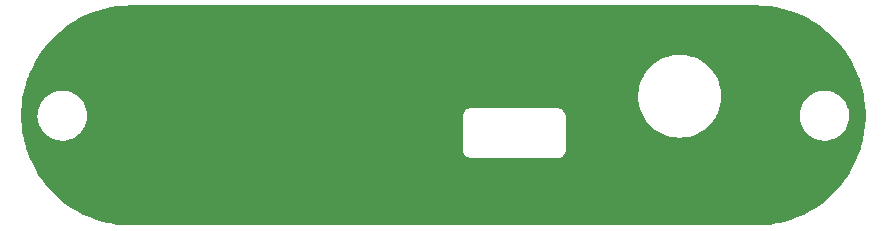
<source format=gtl>
G04 #@! TF.GenerationSoftware,KiCad,Pcbnew,6.0.11+dfsg-1*
G04 #@! TF.CreationDate,2024-05-04T00:11:26-04:00*
G04 #@! TF.ProjectId,backpanel,6261636b-7061-46e6-956c-2e6b69636164,rev?*
G04 #@! TF.SameCoordinates,Original*
G04 #@! TF.FileFunction,Copper,L1,Top*
G04 #@! TF.FilePolarity,Positive*
%FSLAX46Y46*%
G04 Gerber Fmt 4.6, Leading zero omitted, Abs format (unit mm)*
G04 Created by KiCad (PCBNEW 6.0.11+dfsg-1) date 2024-05-04 00:11:26*
%MOMM*%
%LPD*%
G01*
G04 APERTURE LIST*
G04 APERTURE END LIST*
G04 #@! TA.AperFunction,NonConductor*
G36*
X176430103Y-81081921D02*
G01*
X176443000Y-81084486D01*
X176455170Y-81082065D01*
X176461916Y-81082065D01*
X176479032Y-81080655D01*
X177036128Y-81098521D01*
X177044173Y-81099037D01*
X177630861Y-81155633D01*
X177638867Y-81156666D01*
X178220714Y-81250734D01*
X178228626Y-81252275D01*
X178411552Y-81294027D01*
X178803251Y-81383430D01*
X178811064Y-81385479D01*
X179376093Y-81553177D01*
X179383758Y-81555722D01*
X179936882Y-81759276D01*
X179944369Y-81762307D01*
X180483313Y-82000882D01*
X180490590Y-82004386D01*
X181013154Y-82277007D01*
X181020192Y-82280971D01*
X181524201Y-82586505D01*
X181530970Y-82590911D01*
X182014376Y-82928113D01*
X182020849Y-82932944D01*
X182481658Y-83300427D01*
X182487808Y-83305663D01*
X182924118Y-83701909D01*
X182929920Y-83707528D01*
X183339950Y-84130917D01*
X183345380Y-84136896D01*
X183727441Y-84585687D01*
X183732477Y-84592002D01*
X184085001Y-85064352D01*
X184089617Y-85070969D01*
X184328169Y-85437449D01*
X184411154Y-85564936D01*
X184415341Y-85571843D01*
X184704565Y-86085390D01*
X184708301Y-86092549D01*
X184964039Y-86623595D01*
X184967287Y-86630932D01*
X185126134Y-87023287D01*
X185188482Y-87177287D01*
X185191267Y-87184857D01*
X185246338Y-87350720D01*
X185376991Y-87744228D01*
X185379289Y-87751971D01*
X185528793Y-88322092D01*
X185530588Y-88329959D01*
X185601262Y-88692853D01*
X185643253Y-88908470D01*
X185644543Y-88916444D01*
X185719915Y-89501018D01*
X185720690Y-89509057D01*
X185758452Y-90097229D01*
X185758711Y-90105302D01*
X185758711Y-90694698D01*
X185758452Y-90702771D01*
X185720690Y-91290943D01*
X185719915Y-91298982D01*
X185644543Y-91883556D01*
X185643253Y-91891530D01*
X185625846Y-91980913D01*
X185543579Y-92403339D01*
X185530590Y-92470033D01*
X185528795Y-92477901D01*
X185527296Y-92483616D01*
X185379289Y-93048029D01*
X185376991Y-93055772D01*
X185313464Y-93247106D01*
X185212853Y-93550132D01*
X185191271Y-93615133D01*
X185188485Y-93622704D01*
X184967287Y-94169068D01*
X184964039Y-94176405D01*
X184708301Y-94707450D01*
X184704565Y-94714610D01*
X184415341Y-95228157D01*
X184411155Y-95235063D01*
X184128361Y-95669510D01*
X184089622Y-95729023D01*
X184085001Y-95735648D01*
X183732477Y-96207998D01*
X183727441Y-96214313D01*
X183345380Y-96663104D01*
X183339950Y-96669083D01*
X182929920Y-97092472D01*
X182924118Y-97098091D01*
X182487808Y-97494337D01*
X182481658Y-97499573D01*
X182020849Y-97867056D01*
X182014376Y-97871887D01*
X181530970Y-98209089D01*
X181524201Y-98213495D01*
X181020192Y-98519029D01*
X181013154Y-98522993D01*
X180490590Y-98795614D01*
X180483313Y-98799118D01*
X179944369Y-99037693D01*
X179936882Y-99040724D01*
X179383758Y-99244278D01*
X179376093Y-99246823D01*
X178811064Y-99414521D01*
X178803251Y-99416570D01*
X178411552Y-99505973D01*
X178228626Y-99547725D01*
X178220714Y-99549266D01*
X177638869Y-99643334D01*
X177630861Y-99644367D01*
X177044173Y-99700963D01*
X177036128Y-99701479D01*
X176479032Y-99719345D01*
X176461916Y-99717935D01*
X176455170Y-99717935D01*
X176443000Y-99715514D01*
X176430103Y-99718079D01*
X176405524Y-99720500D01*
X123594476Y-99720500D01*
X123569897Y-99718079D01*
X123557000Y-99715514D01*
X123544830Y-99717935D01*
X123538084Y-99717935D01*
X123520968Y-99719345D01*
X122963872Y-99701479D01*
X122955827Y-99700963D01*
X122369139Y-99644367D01*
X122361131Y-99643334D01*
X121779286Y-99549266D01*
X121771374Y-99547725D01*
X121588448Y-99505973D01*
X121196749Y-99416570D01*
X121188936Y-99414521D01*
X120623907Y-99246823D01*
X120616242Y-99244278D01*
X120063118Y-99040724D01*
X120055631Y-99037693D01*
X119516687Y-98799118D01*
X119509410Y-98795614D01*
X118986846Y-98522993D01*
X118979808Y-98519029D01*
X118475799Y-98213495D01*
X118469030Y-98209089D01*
X117985624Y-97871887D01*
X117979151Y-97867056D01*
X117518342Y-97499573D01*
X117512192Y-97494337D01*
X117075882Y-97098091D01*
X117070080Y-97092472D01*
X116660050Y-96669083D01*
X116654620Y-96663104D01*
X116272559Y-96214313D01*
X116267523Y-96207998D01*
X115914999Y-95735648D01*
X115910378Y-95729023D01*
X115871640Y-95669510D01*
X115588845Y-95235063D01*
X115584659Y-95228157D01*
X115295435Y-94714610D01*
X115291699Y-94707450D01*
X115035961Y-94176405D01*
X115032713Y-94169068D01*
X114811515Y-93622704D01*
X114808729Y-93615133D01*
X114787148Y-93550132D01*
X114690817Y-93260000D01*
X151640514Y-93260000D01*
X151642934Y-93272169D01*
X151642934Y-93273856D01*
X151643765Y-93279453D01*
X151656417Y-93407908D01*
X151658214Y-93413832D01*
X151686589Y-93507371D01*
X151699560Y-93550132D01*
X151702477Y-93555590D01*
X151702479Y-93555594D01*
X151736357Y-93618975D01*
X151769620Y-93681206D01*
X151863906Y-93796094D01*
X151978794Y-93890380D01*
X151984257Y-93893300D01*
X152104406Y-93957521D01*
X152104410Y-93957523D01*
X152109868Y-93960440D01*
X152115788Y-93962236D01*
X152115791Y-93962237D01*
X152246168Y-94001786D01*
X152252092Y-94003583D01*
X152380547Y-94016235D01*
X152386144Y-94017066D01*
X152387831Y-94017066D01*
X152400000Y-94019486D01*
X152412170Y-94017065D01*
X152419957Y-94017065D01*
X152429380Y-94017418D01*
X152557888Y-94027056D01*
X152562695Y-94027712D01*
X152562698Y-94027685D01*
X152568863Y-94028292D01*
X152574933Y-94029500D01*
X152585753Y-94029500D01*
X152595177Y-94029853D01*
X152599786Y-94030199D01*
X152599789Y-94030199D01*
X152605963Y-94030662D01*
X152612111Y-94029911D01*
X152618296Y-94029767D01*
X152618297Y-94029795D01*
X152623142Y-94029500D01*
X159562524Y-94029500D01*
X159587103Y-94031921D01*
X159600000Y-94034486D01*
X159612169Y-94032066D01*
X159613856Y-94032066D01*
X159619453Y-94031235D01*
X159747908Y-94018583D01*
X159803281Y-94001786D01*
X159884209Y-93977237D01*
X159884212Y-93977236D01*
X159890132Y-93975440D01*
X159895590Y-93972523D01*
X159895594Y-93972521D01*
X160015743Y-93908300D01*
X160021206Y-93905380D01*
X160136094Y-93811094D01*
X160230380Y-93696206D01*
X160300440Y-93565132D01*
X160303334Y-93555594D01*
X160341786Y-93428832D01*
X160343583Y-93422908D01*
X160356235Y-93294453D01*
X160357066Y-93288856D01*
X160357066Y-93287169D01*
X160359486Y-93275000D01*
X160356921Y-93262103D01*
X160354500Y-93237524D01*
X160354500Y-90771842D01*
X160354578Y-90768989D01*
X160355349Y-90763988D01*
X160354619Y-90747199D01*
X160354500Y-90741726D01*
X160354500Y-90724933D01*
X160353513Y-90719972D01*
X160353312Y-90717139D01*
X160349371Y-90626501D01*
X160346251Y-90554740D01*
X160347065Y-90544121D01*
X160347065Y-90532171D01*
X160349486Y-90520000D01*
X160347066Y-90507831D01*
X160347066Y-90506144D01*
X160346235Y-90500544D01*
X160343389Y-90471644D01*
X160333583Y-90372092D01*
X160305496Y-90279500D01*
X160292237Y-90235791D01*
X160292236Y-90235788D01*
X160290440Y-90229868D01*
X160275740Y-90202365D01*
X160223300Y-90104257D01*
X160220380Y-90098794D01*
X160216449Y-90094004D01*
X160130021Y-89988691D01*
X160126094Y-89983906D01*
X160011206Y-89889620D01*
X160002572Y-89885005D01*
X159885594Y-89822479D01*
X159885590Y-89822477D01*
X159880132Y-89819560D01*
X159874212Y-89817764D01*
X159874209Y-89817763D01*
X159743832Y-89778214D01*
X159737908Y-89776417D01*
X159609453Y-89763765D01*
X159603856Y-89762934D01*
X159602169Y-89762934D01*
X159590000Y-89760514D01*
X159573656Y-89763765D01*
X159572153Y-89764064D01*
X159550888Y-89766441D01*
X159406398Y-89770244D01*
X159398341Y-89770456D01*
X159395027Y-89770500D01*
X152604768Y-89770500D01*
X152601619Y-89770461D01*
X152439031Y-89766396D01*
X152417602Y-89764015D01*
X152413292Y-89763158D01*
X152400000Y-89760514D01*
X152387831Y-89762934D01*
X152386144Y-89762934D01*
X152380547Y-89763765D01*
X152252092Y-89776417D01*
X152246168Y-89778214D01*
X152115791Y-89817763D01*
X152115788Y-89817764D01*
X152109868Y-89819560D01*
X152104410Y-89822477D01*
X152104406Y-89822479D01*
X151987428Y-89885005D01*
X151978794Y-89889620D01*
X151863906Y-89983906D01*
X151859979Y-89988691D01*
X151773551Y-90094004D01*
X151769620Y-90098794D01*
X151766700Y-90104257D01*
X151714261Y-90202365D01*
X151699560Y-90229868D01*
X151697764Y-90235788D01*
X151697763Y-90235791D01*
X151684504Y-90279500D01*
X151656417Y-90372092D01*
X151646612Y-90471644D01*
X151643765Y-90500544D01*
X151642934Y-90506144D01*
X151642934Y-90507831D01*
X151640514Y-90520000D01*
X151642985Y-90532423D01*
X151643079Y-90532894D01*
X151645500Y-90557476D01*
X151645500Y-93222524D01*
X151643079Y-93247103D01*
X151640514Y-93260000D01*
X114690817Y-93260000D01*
X114686536Y-93247106D01*
X114623009Y-93055772D01*
X114620711Y-93048029D01*
X114472704Y-92483616D01*
X114471205Y-92477901D01*
X114469410Y-92470033D01*
X114456422Y-92403339D01*
X114374154Y-91980913D01*
X114356747Y-91891530D01*
X114355457Y-91883556D01*
X114280085Y-91298982D01*
X114279310Y-91290943D01*
X114241548Y-90702771D01*
X114241289Y-90694698D01*
X114241289Y-90402911D01*
X115625698Y-90402911D01*
X115626972Y-90425000D01*
X115642215Y-90689380D01*
X115643040Y-90693587D01*
X115643041Y-90693592D01*
X115668933Y-90825561D01*
X115697459Y-90970958D01*
X115698846Y-90975009D01*
X115750381Y-91125530D01*
X115790405Y-91242432D01*
X115919335Y-91498781D01*
X115921761Y-91502310D01*
X115921764Y-91502316D01*
X115991567Y-91603879D01*
X116081863Y-91735260D01*
X116098997Y-91754090D01*
X116270356Y-91942411D01*
X116274981Y-91947494D01*
X116278269Y-91950243D01*
X116491823Y-92128803D01*
X116491828Y-92128807D01*
X116495115Y-92131555D01*
X116551650Y-92167019D01*
X116734553Y-92281754D01*
X116734557Y-92281756D01*
X116738193Y-92284037D01*
X116742103Y-92285802D01*
X116742104Y-92285803D01*
X116995804Y-92400353D01*
X116995808Y-92400355D01*
X116999716Y-92402119D01*
X117003835Y-92403339D01*
X117270732Y-92482398D01*
X117270737Y-92482399D01*
X117274845Y-92483616D01*
X117279082Y-92484264D01*
X117279085Y-92484265D01*
X117517384Y-92520730D01*
X117558488Y-92527020D01*
X117704583Y-92529315D01*
X117841107Y-92531460D01*
X117841113Y-92531460D01*
X117845398Y-92531527D01*
X118130266Y-92497054D01*
X118407819Y-92424240D01*
X118411779Y-92422600D01*
X118411784Y-92422598D01*
X118554494Y-92363485D01*
X118672921Y-92314431D01*
X118724935Y-92284037D01*
X118916971Y-92171820D01*
X118916972Y-92171820D01*
X118920669Y-92169659D01*
X119146476Y-91992603D01*
X119157805Y-91980913D01*
X119343182Y-91789618D01*
X119346165Y-91786540D01*
X119516041Y-91555283D01*
X119652959Y-91303110D01*
X119754387Y-91034689D01*
X119818448Y-90754986D01*
X119843955Y-90469176D01*
X119844418Y-90425000D01*
X119834454Y-90278841D01*
X119825193Y-90142996D01*
X119825192Y-90142990D01*
X119824901Y-90138719D01*
X119821257Y-90121120D01*
X119767583Y-89861942D01*
X119766712Y-89857736D01*
X119760674Y-89840683D01*
X119672359Y-89591290D01*
X119670928Y-89587249D01*
X119539321Y-89332265D01*
X119374326Y-89097500D01*
X119361675Y-89083886D01*
X119181917Y-88890443D01*
X119181914Y-88890440D01*
X119178996Y-88887300D01*
X119041792Y-88775000D01*
X166490691Y-88775000D01*
X166509915Y-89141823D01*
X166510428Y-89145063D01*
X166510429Y-89145071D01*
X166534463Y-89296811D01*
X166567378Y-89504626D01*
X166662449Y-89859436D01*
X166663634Y-89862524D01*
X166663635Y-89862526D01*
X166708721Y-89979979D01*
X166794087Y-90202365D01*
X166795585Y-90205305D01*
X166949156Y-90506705D01*
X166960849Y-90529654D01*
X166962645Y-90532420D01*
X166962647Y-90532423D01*
X167054972Y-90674591D01*
X167160909Y-90837720D01*
X167392075Y-91123186D01*
X167651814Y-91382925D01*
X167937280Y-91614091D01*
X168245345Y-91814151D01*
X168572635Y-91980913D01*
X168915564Y-92112551D01*
X169270374Y-92207622D01*
X169463016Y-92238134D01*
X169629929Y-92264571D01*
X169629937Y-92264572D01*
X169633177Y-92265085D01*
X170000000Y-92284309D01*
X170366823Y-92265085D01*
X170370063Y-92264572D01*
X170370071Y-92264571D01*
X170536984Y-92238134D01*
X170729626Y-92207622D01*
X171084436Y-92112551D01*
X171427365Y-91980913D01*
X171754655Y-91814151D01*
X172062720Y-91614091D01*
X172348186Y-91382925D01*
X172607925Y-91123186D01*
X172839091Y-90837720D01*
X172945028Y-90674591D01*
X173037353Y-90532423D01*
X173037355Y-90532420D01*
X173039151Y-90529654D01*
X173050845Y-90506705D01*
X173103730Y-90402911D01*
X180155698Y-90402911D01*
X180156972Y-90425000D01*
X180172215Y-90689380D01*
X180173040Y-90693587D01*
X180173041Y-90693592D01*
X180198933Y-90825561D01*
X180227459Y-90970958D01*
X180228846Y-90975009D01*
X180280381Y-91125530D01*
X180320405Y-91242432D01*
X180449335Y-91498781D01*
X180451761Y-91502310D01*
X180451764Y-91502316D01*
X180521567Y-91603879D01*
X180611863Y-91735260D01*
X180628997Y-91754090D01*
X180800356Y-91942411D01*
X180804981Y-91947494D01*
X180808269Y-91950243D01*
X181021823Y-92128803D01*
X181021828Y-92128807D01*
X181025115Y-92131555D01*
X181081650Y-92167019D01*
X181264553Y-92281754D01*
X181264557Y-92281756D01*
X181268193Y-92284037D01*
X181272103Y-92285802D01*
X181272104Y-92285803D01*
X181525804Y-92400353D01*
X181525808Y-92400355D01*
X181529716Y-92402119D01*
X181533835Y-92403339D01*
X181800732Y-92482398D01*
X181800737Y-92482399D01*
X181804845Y-92483616D01*
X181809082Y-92484264D01*
X181809085Y-92484265D01*
X182047384Y-92520730D01*
X182088488Y-92527020D01*
X182234583Y-92529315D01*
X182371107Y-92531460D01*
X182371113Y-92531460D01*
X182375398Y-92531527D01*
X182660266Y-92497054D01*
X182937819Y-92424240D01*
X182941779Y-92422600D01*
X182941784Y-92422598D01*
X183084494Y-92363485D01*
X183202921Y-92314431D01*
X183254935Y-92284037D01*
X183446971Y-92171820D01*
X183446972Y-92171820D01*
X183450669Y-92169659D01*
X183676476Y-91992603D01*
X183687805Y-91980913D01*
X183873182Y-91789618D01*
X183876165Y-91786540D01*
X184046041Y-91555283D01*
X184182959Y-91303110D01*
X184284387Y-91034689D01*
X184348448Y-90754986D01*
X184373955Y-90469176D01*
X184374418Y-90425000D01*
X184364454Y-90278841D01*
X184355193Y-90142996D01*
X184355192Y-90142990D01*
X184354901Y-90138719D01*
X184351257Y-90121120D01*
X184297583Y-89861942D01*
X184296712Y-89857736D01*
X184290674Y-89840683D01*
X184202359Y-89591290D01*
X184200928Y-89587249D01*
X184069321Y-89332265D01*
X183904326Y-89097500D01*
X183891675Y-89083886D01*
X183711917Y-88890443D01*
X183711914Y-88890440D01*
X183708996Y-88887300D01*
X183486946Y-88705555D01*
X183242285Y-88555626D01*
X182979540Y-88440289D01*
X182949680Y-88431783D01*
X182878359Y-88411467D01*
X182703573Y-88361678D01*
X182699331Y-88361074D01*
X182699325Y-88361073D01*
X182423741Y-88321852D01*
X182419490Y-88321247D01*
X182415201Y-88321225D01*
X182415194Y-88321224D01*
X182136835Y-88319766D01*
X182136828Y-88319766D01*
X182132549Y-88319744D01*
X182128305Y-88320303D01*
X182128301Y-88320303D01*
X182003095Y-88336787D01*
X181848058Y-88357198D01*
X181843918Y-88358331D01*
X181843916Y-88358331D01*
X181827379Y-88362855D01*
X181571283Y-88432915D01*
X181567335Y-88434599D01*
X181311296Y-88543809D01*
X181311292Y-88543811D01*
X181307344Y-88545495D01*
X181287743Y-88557226D01*
X181064809Y-88690649D01*
X181064805Y-88690652D01*
X181061127Y-88692853D01*
X181057784Y-88695531D01*
X181057780Y-88695534D01*
X181048067Y-88703316D01*
X180837186Y-88872264D01*
X180834242Y-88875366D01*
X180834238Y-88875370D01*
X180691620Y-89025657D01*
X180639665Y-89080406D01*
X180472221Y-89313430D01*
X180337951Y-89567022D01*
X180336476Y-89571053D01*
X180265862Y-89764015D01*
X180239339Y-89836491D01*
X180178211Y-90116850D01*
X180177875Y-90121120D01*
X180157840Y-90375699D01*
X180155698Y-90402911D01*
X173103730Y-90402911D01*
X173204415Y-90205305D01*
X173205913Y-90202365D01*
X173291279Y-89979979D01*
X173336365Y-89862526D01*
X173336366Y-89862524D01*
X173337551Y-89859436D01*
X173432622Y-89504626D01*
X173465537Y-89296811D01*
X173489571Y-89145071D01*
X173489572Y-89145063D01*
X173490085Y-89141823D01*
X173509309Y-88775000D01*
X173490085Y-88408177D01*
X173482721Y-88361678D01*
X173463134Y-88238016D01*
X173432622Y-88045374D01*
X173337551Y-87690564D01*
X173205913Y-87347635D01*
X173121021Y-87181025D01*
X173040650Y-87023287D01*
X173040646Y-87023280D01*
X173039151Y-87020346D01*
X172839091Y-86712280D01*
X172607925Y-86426814D01*
X172348186Y-86167075D01*
X172062720Y-85935909D01*
X171754655Y-85735849D01*
X171427365Y-85569087D01*
X171084436Y-85437449D01*
X170729626Y-85342378D01*
X170536984Y-85311866D01*
X170370071Y-85285429D01*
X170370063Y-85285428D01*
X170366823Y-85284915D01*
X170000000Y-85265691D01*
X169633177Y-85284915D01*
X169629937Y-85285428D01*
X169629929Y-85285429D01*
X169463016Y-85311866D01*
X169270374Y-85342378D01*
X168915564Y-85437449D01*
X168572635Y-85569087D01*
X168569695Y-85570585D01*
X168248287Y-85734350D01*
X168248284Y-85734352D01*
X168245346Y-85735849D01*
X168242580Y-85737645D01*
X168242577Y-85737647D01*
X168121339Y-85816380D01*
X167937280Y-85935909D01*
X167651814Y-86167075D01*
X167392075Y-86426814D01*
X167160909Y-86712280D01*
X166960849Y-87020346D01*
X166959354Y-87023280D01*
X166959350Y-87023287D01*
X166878979Y-87181025D01*
X166794087Y-87347635D01*
X166662449Y-87690564D01*
X166567378Y-88045374D01*
X166536866Y-88238016D01*
X166517280Y-88361678D01*
X166509915Y-88408177D01*
X166495622Y-88680909D01*
X166490691Y-88775000D01*
X119041792Y-88775000D01*
X118956946Y-88705555D01*
X118712285Y-88555626D01*
X118449540Y-88440289D01*
X118419680Y-88431783D01*
X118348359Y-88411467D01*
X118173573Y-88361678D01*
X118169331Y-88361074D01*
X118169325Y-88361073D01*
X117893741Y-88321852D01*
X117889490Y-88321247D01*
X117885201Y-88321225D01*
X117885194Y-88321224D01*
X117606835Y-88319766D01*
X117606828Y-88319766D01*
X117602549Y-88319744D01*
X117598305Y-88320303D01*
X117598301Y-88320303D01*
X117473095Y-88336787D01*
X117318058Y-88357198D01*
X117313918Y-88358331D01*
X117313916Y-88358331D01*
X117297379Y-88362855D01*
X117041283Y-88432915D01*
X117037335Y-88434599D01*
X116781296Y-88543809D01*
X116781292Y-88543811D01*
X116777344Y-88545495D01*
X116757743Y-88557226D01*
X116534809Y-88690649D01*
X116534805Y-88690652D01*
X116531127Y-88692853D01*
X116527784Y-88695531D01*
X116527780Y-88695534D01*
X116518067Y-88703316D01*
X116307186Y-88872264D01*
X116304242Y-88875366D01*
X116304238Y-88875370D01*
X116161620Y-89025657D01*
X116109665Y-89080406D01*
X115942221Y-89313430D01*
X115807951Y-89567022D01*
X115806476Y-89571053D01*
X115735862Y-89764015D01*
X115709339Y-89836491D01*
X115648211Y-90116850D01*
X115647875Y-90121120D01*
X115627840Y-90375699D01*
X115625698Y-90402911D01*
X114241289Y-90402911D01*
X114241289Y-90105302D01*
X114241548Y-90097229D01*
X114279310Y-89509057D01*
X114280085Y-89501018D01*
X114355457Y-88916444D01*
X114356747Y-88908470D01*
X114398738Y-88692853D01*
X114469412Y-88329959D01*
X114471207Y-88322092D01*
X114620711Y-87751971D01*
X114623009Y-87744228D01*
X114753662Y-87350720D01*
X114808733Y-87184857D01*
X114811518Y-87177287D01*
X114873866Y-87023287D01*
X115032713Y-86630932D01*
X115035961Y-86623595D01*
X115291699Y-86092549D01*
X115295435Y-86085390D01*
X115584659Y-85571843D01*
X115588846Y-85564936D01*
X115671831Y-85437449D01*
X115910383Y-85070969D01*
X115914999Y-85064352D01*
X116267523Y-84592002D01*
X116272559Y-84585687D01*
X116654620Y-84136896D01*
X116660050Y-84130917D01*
X117070080Y-83707528D01*
X117075882Y-83701909D01*
X117512192Y-83305663D01*
X117518342Y-83300427D01*
X117979151Y-82932944D01*
X117985624Y-82928113D01*
X118469030Y-82590911D01*
X118475799Y-82586505D01*
X118979808Y-82280971D01*
X118986846Y-82277007D01*
X119509410Y-82004386D01*
X119516687Y-82000882D01*
X120055631Y-81762307D01*
X120063118Y-81759276D01*
X120616242Y-81555722D01*
X120623907Y-81553177D01*
X121188936Y-81385479D01*
X121196749Y-81383430D01*
X121588448Y-81294027D01*
X121771374Y-81252275D01*
X121779286Y-81250734D01*
X122361133Y-81156666D01*
X122369139Y-81155633D01*
X122955827Y-81099037D01*
X122963872Y-81098521D01*
X123520968Y-81080655D01*
X123538084Y-81082065D01*
X123544830Y-81082065D01*
X123557000Y-81084486D01*
X123569897Y-81081921D01*
X123594476Y-81079500D01*
X176405524Y-81079500D01*
X176430103Y-81081921D01*
G37*
G04 #@! TD.AperFunction*
M02*

</source>
